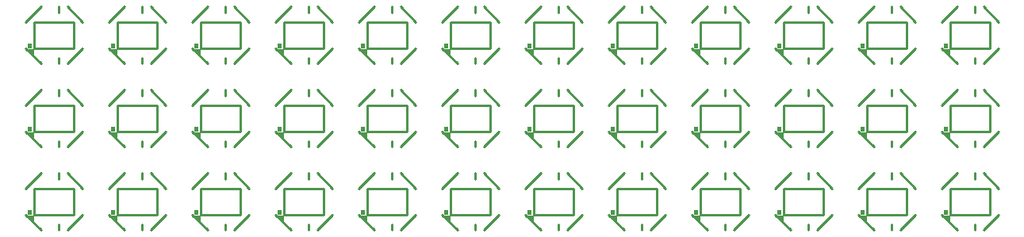
<source format=gbr>
G04 start of page 8 for group -4079 idx -4079 *
G04 Title: (unknown), topsilk *
G04 Creator: pcb 4.0.2 *
G04 CreationDate: Thu Oct 28 15:19:50 2021 UTC *
G04 For: ndholmes *
G04 Format: Gerber/RS-274X *
G04 PCB-Dimensions (mil): 4900.00 1150.00 *
G04 PCB-Coordinate-Origin: lower left *
%MOIN*%
%FSLAX25Y25*%
%LNTOPSILK*%
%ADD28C,0.0100*%
%ADD27C,0.0001*%
G54D27*G36*
X146000Y86500D02*X149000D01*
Y83500D01*
X146000Y86500D01*
G37*
G36*
X181000D02*X184000D01*
Y83500D01*
X181000Y86500D01*
G37*
G36*
X216000D02*X219000D01*
Y83500D01*
X216000Y86500D01*
G37*
G36*
X251000D02*X254000D01*
Y83500D01*
X251000Y86500D01*
G37*
G36*
X146500Y89000D02*X148000D01*
Y87000D01*
X146500D01*
Y89000D01*
G37*
G36*
X181500D02*X183000D01*
Y87000D01*
X181500D01*
Y89000D01*
G37*
G36*
X216500D02*X218000D01*
Y87000D01*
X216500D01*
Y89000D01*
G37*
G36*
X251500D02*X253000D01*
Y87000D01*
X251500D01*
Y89000D01*
G37*
G36*
X286500D02*X288000D01*
Y87000D01*
X286500D01*
Y89000D01*
G37*
G36*
X321500D02*X323000D01*
Y87000D01*
X321500D01*
Y89000D01*
G37*
G36*
X356500D02*X358000D01*
Y87000D01*
X356500D01*
Y89000D01*
G37*
G36*
X391500D02*X393000D01*
Y87000D01*
X391500D01*
Y89000D01*
G37*
G36*
X426500D02*X428000D01*
Y87000D01*
X426500D01*
Y89000D01*
G37*
G36*
X286000Y86500D02*X289000D01*
Y83500D01*
X286000Y86500D01*
G37*
G36*
X321000D02*X324000D01*
Y83500D01*
X321000Y86500D01*
G37*
G36*
X356000D02*X359000D01*
Y83500D01*
X356000Y86500D01*
G37*
G36*
X391000D02*X394000D01*
Y83500D01*
X391000Y86500D01*
G37*
G36*
X426000D02*X429000D01*
Y83500D01*
X426000Y86500D01*
G37*
G36*
X41000D02*X44000D01*
Y83500D01*
X41000Y86500D01*
G37*
G36*
X76000D02*X79000D01*
Y83500D01*
X76000Y86500D01*
G37*
G36*
X41000Y51500D02*X44000D01*
Y48500D01*
X41000Y51500D01*
G37*
G36*
X76000D02*X79000D01*
Y48500D01*
X76000Y51500D01*
G37*
G36*
X41500Y54000D02*X43000D01*
Y52000D01*
X41500D01*
Y54000D01*
G37*
G36*
X76500D02*X78000D01*
Y52000D01*
X76500D01*
Y54000D01*
G37*
G36*
X41500Y89000D02*X43000D01*
Y87000D01*
X41500D01*
Y89000D01*
G37*
G36*
X76500D02*X78000D01*
Y87000D01*
X76500D01*
Y89000D01*
G37*
G36*
X111500D02*X113000D01*
Y87000D01*
X111500D01*
Y89000D01*
G37*
G36*
X111000Y86500D02*X114000D01*
Y83500D01*
X111000Y86500D01*
G37*
G36*
Y51500D02*X114000D01*
Y48500D01*
X111000Y51500D01*
G37*
G36*
X146000D02*X149000D01*
Y48500D01*
X146000Y51500D01*
G37*
G36*
X111500Y54000D02*X113000D01*
Y52000D01*
X111500D01*
Y54000D01*
G37*
G36*
X146500D02*X148000D01*
Y52000D01*
X146500D01*
Y54000D01*
G37*
G36*
X41000Y16500D02*X44000D01*
Y13500D01*
X41000Y16500D01*
G37*
G36*
X76000D02*X79000D01*
Y13500D01*
X76000Y16500D01*
G37*
G36*
X111000D02*X114000D01*
Y13500D01*
X111000Y16500D01*
G37*
G36*
X146000D02*X149000D01*
Y13500D01*
X146000Y16500D01*
G37*
G36*
X41500Y19000D02*X43000D01*
Y17000D01*
X41500D01*
Y19000D01*
G37*
G36*
X76500D02*X78000D01*
Y17000D01*
X76500D01*
Y19000D01*
G37*
G36*
X111500D02*X113000D01*
Y17000D01*
X111500D01*
Y19000D01*
G37*
G36*
X146500D02*X148000D01*
Y17000D01*
X146500D01*
Y19000D01*
G37*
G36*
X216000Y51500D02*X219000D01*
Y48500D01*
X216000Y51500D01*
G37*
G36*
X216500Y54000D02*X218000D01*
Y52000D01*
X216500D01*
Y54000D01*
G37*
G36*
X251500D02*X253000D01*
Y52000D01*
X251500D01*
Y54000D01*
G37*
G36*
X251000Y51500D02*X254000D01*
Y48500D01*
X251000Y51500D01*
G37*
G36*
X286000D02*X289000D01*
Y48500D01*
X286000Y51500D01*
G37*
G36*
X321000D02*X324000D01*
Y48500D01*
X321000Y51500D01*
G37*
G36*
X356000D02*X359000D01*
Y48500D01*
X356000Y51500D01*
G37*
G36*
X391000D02*X394000D01*
Y48500D01*
X391000Y51500D01*
G37*
G36*
X426000D02*X429000D01*
Y48500D01*
X426000Y51500D01*
G37*
G36*
X286500Y54000D02*X288000D01*
Y52000D01*
X286500D01*
Y54000D01*
G37*
G36*
X321500D02*X323000D01*
Y52000D01*
X321500D01*
Y54000D01*
G37*
G36*
X356500D02*X358000D01*
Y52000D01*
X356500D01*
Y54000D01*
G37*
G36*
X391500D02*X393000D01*
Y52000D01*
X391500D01*
Y54000D01*
G37*
G36*
X426500D02*X428000D01*
Y52000D01*
X426500D01*
Y54000D01*
G37*
G36*
X181000Y51500D02*X184000D01*
Y48500D01*
X181000Y51500D01*
G37*
G36*
X181500Y54000D02*X183000D01*
Y52000D01*
X181500D01*
Y54000D01*
G37*
G36*
X181000Y16500D02*X184000D01*
Y13500D01*
X181000Y16500D01*
G37*
G36*
X181500Y19000D02*X183000D01*
Y17000D01*
X181500D01*
Y19000D01*
G37*
G36*
X216000Y16500D02*X219000D01*
Y13500D01*
X216000Y16500D01*
G37*
G36*
X251000D02*X254000D01*
Y13500D01*
X251000Y16500D01*
G37*
G36*
X286000D02*X289000D01*
Y13500D01*
X286000Y16500D01*
G37*
G36*
X321000D02*X324000D01*
Y13500D01*
X321000Y16500D01*
G37*
G36*
X356000D02*X359000D01*
Y13500D01*
X356000Y16500D01*
G37*
G36*
X356500Y19000D02*X358000D01*
Y17000D01*
X356500D01*
Y19000D01*
G37*
G36*
X391000Y16500D02*X394000D01*
Y13500D01*
X391000Y16500D01*
G37*
G36*
X391500Y19000D02*X393000D01*
Y17000D01*
X391500D01*
Y19000D01*
G37*
G36*
X426000Y16500D02*X429000D01*
Y13500D01*
X426000Y16500D01*
G37*
G36*
X426500Y19000D02*X428000D01*
Y17000D01*
X426500D01*
Y19000D01*
G37*
G36*
X216500D02*X218000D01*
Y17000D01*
X216500D01*
Y19000D01*
G37*
G36*
X251500D02*X253000D01*
Y17000D01*
X251500D01*
Y19000D01*
G37*
G36*
X286500D02*X288000D01*
Y17000D01*
X286500D01*
Y19000D01*
G37*
G36*
X321500D02*X323000D01*
Y17000D01*
X321500D01*
Y19000D01*
G37*
G54D28*X233000Y104500D02*X239500Y98000D01*
X268000Y104500D02*X274500Y98000D01*
X250500D02*X257000Y104500D01*
X264500Y102000D02*Y104500D01*
X250500Y87000D02*X257000Y80500D01*
X268000D02*X274500Y87000D01*
X285500D02*X292000Y80500D01*
X264500Y83000D02*Y80500D01*
X180500Y87000D02*X187000Y80500D01*
X198000D02*X204500Y87000D01*
X215500D02*X222000Y80500D01*
X233000D02*X239500Y87000D01*
X194500Y83000D02*Y80500D01*
X229500Y83000D02*Y80500D01*
X215500Y98000D02*X222000Y104500D01*
X163000D02*X169500Y98000D01*
X198000Y104500D02*X204500Y98000D01*
X180500D02*X187000Y104500D01*
X194500Y102000D02*Y104500D01*
X229500Y102000D02*Y104500D01*
X303000D02*X309500Y98000D01*
X285500D02*X292000Y104500D01*
X299500Y102000D02*Y104500D01*
X355500Y87000D02*X362000Y80500D01*
X303000D02*X309500Y87000D01*
X320500D02*X327000Y80500D01*
X338000D02*X344500Y87000D01*
X334500Y83000D02*Y80500D01*
X299500Y83000D02*Y80500D01*
X338000Y104500D02*X344500Y98000D01*
X320500D02*X327000Y104500D01*
X355500Y98000D02*X362000Y104500D01*
X334500Y102000D02*Y104500D01*
X373000Y80500D02*X379500Y87000D01*
X390500D02*X397000Y80500D01*
X404500Y83000D02*Y80500D01*
X373000Y104500D02*X379500Y98000D01*
X390500D02*X397000Y104500D01*
X404500Y102000D02*Y104500D01*
X369500Y102000D02*Y104500D01*
Y83000D02*Y80500D01*
X408000Y104500D02*X414500Y98000D01*
X443000Y104500D02*X449500Y98000D01*
X425500D02*X432000Y104500D01*
X439500Y102000D02*Y104500D01*
X408000Y80500D02*X414500Y87000D01*
X425500D02*X432000Y80500D01*
X443000D02*X449500Y87000D01*
X439500Y83000D02*Y80500D01*
X128000D02*X134500Y87000D01*
X145500D02*X152000Y80500D01*
X163000D02*X169500Y87000D01*
X159500Y83000D02*Y80500D01*
X128000Y104500D02*X134500Y98000D01*
X145500D02*X152000Y104500D01*
X159500Y102000D02*Y104500D01*
X124500Y102000D02*Y104500D01*
Y83000D02*Y80500D01*
X75500Y87000D02*X82000Y80500D01*
X93000D02*X99500Y87000D01*
X93000Y104500D02*X99500Y98000D01*
X75500D02*X82000Y104500D01*
X89500Y102000D02*Y104500D01*
Y83000D02*Y80500D01*
X40500Y87000D02*X47000Y80500D01*
X58000D02*X64500Y87000D01*
X58000Y104500D02*X64500Y98000D01*
X40500D02*X47000Y104500D01*
X54500Y102000D02*Y104500D01*
Y83000D02*Y80500D01*
X110500Y87000D02*X117000Y80500D01*
X110500Y52000D02*X117000Y45500D01*
X128000Y69500D02*X134500Y63000D01*
X110500D02*X117000Y69500D01*
X124500Y67000D02*Y69500D01*
Y48000D02*Y45500D01*
X110500Y98000D02*X117000Y104500D01*
X128000Y45500D02*X134500Y52000D01*
X145500D02*X152000Y45500D01*
X163000D02*X169500Y52000D01*
X159500Y48000D02*Y45500D01*
X145500Y63000D02*X152000Y69500D01*
X159500Y67000D02*Y69500D01*
X285500Y52000D02*X292000Y45500D01*
X303000D02*X309500Y52000D01*
X320500D02*X327000Y45500D01*
X338000D02*X344500Y52000D01*
X299500Y48000D02*Y45500D01*
X334500Y48000D02*Y45500D01*
X303000Y69500D02*X309500Y63000D01*
X320500D02*X327000Y69500D01*
X299500Y67000D02*Y69500D01*
X334500Y67000D02*Y69500D01*
X355500Y52000D02*X362000Y45500D01*
X373000D02*X379500Y52000D01*
X390500D02*X397000Y45500D01*
X369500Y48000D02*Y45500D01*
X408000Y69500D02*X414500Y63000D01*
X443000Y69500D02*X449500Y63000D01*
X425500D02*X432000Y69500D01*
X439500Y67000D02*Y69500D01*
X390500Y63000D02*X397000Y69500D01*
X338000D02*X344500Y63000D01*
X373000Y69500D02*X379500Y63000D01*
X355500D02*X362000Y69500D01*
X369500Y67000D02*Y69500D01*
X408000Y45500D02*X414500Y52000D01*
X425500D02*X432000Y45500D01*
X443000D02*X449500Y52000D01*
X404500Y48000D02*Y45500D01*
X439500Y48000D02*Y45500D01*
X404500Y67000D02*Y69500D01*
X163000D02*X169500Y63000D01*
X198000Y69500D02*X204500Y63000D01*
X180500D02*X187000Y69500D01*
X194500Y67000D02*Y69500D01*
X180500Y52000D02*X187000Y45500D01*
X198000D02*X204500Y52000D01*
X215500D02*X222000Y45500D01*
X194500Y48000D02*Y45500D01*
X233000Y69500D02*X239500Y63000D01*
X215500D02*X222000Y69500D01*
X229500Y67000D02*Y69500D01*
X233000Y45500D02*X239500Y52000D01*
X250500D02*X257000Y45500D01*
X268000D02*X274500Y52000D01*
X264500Y48000D02*Y45500D01*
X229500Y48000D02*Y45500D01*
X268000Y69500D02*X274500Y63000D01*
X250500D02*X257000Y69500D01*
X285500Y63000D02*X292000Y69500D01*
X264500Y67000D02*Y69500D01*
X40500Y52000D02*X47000Y45500D01*
X40500Y63000D02*X47000Y69500D01*
X40500Y28000D02*X47000Y34500D01*
X58000Y45500D02*X64500Y52000D01*
X58000Y69500D02*X64500Y63000D01*
X58000Y34500D02*X64500Y28000D01*
X54500Y67000D02*Y69500D01*
Y48000D02*Y45500D01*
Y32000D02*Y34500D01*
X75500Y52000D02*X82000Y45500D01*
X93000Y69500D02*X99500Y63000D01*
X75500D02*X82000Y69500D01*
X89500Y67000D02*Y69500D01*
X40500Y17000D02*X47000Y10500D01*
X58000D02*X64500Y17000D01*
X75500D02*X82000Y10500D01*
X93000D02*X99500Y17000D01*
X54500Y13000D02*Y10500D01*
X89500Y13000D02*Y10500D01*
X93000Y45500D02*X99500Y52000D01*
X89500Y48000D02*Y45500D01*
X93000Y34500D02*X99500Y28000D01*
X89500Y32000D02*Y34500D01*
X75500Y28000D02*X82000Y34500D01*
X110500Y17000D02*X117000Y10500D01*
X110500Y28000D02*X117000Y34500D01*
X128000Y10500D02*X134500Y17000D01*
X128000Y34500D02*X134500Y28000D01*
X145500Y17000D02*X152000Y10500D01*
X145500Y28000D02*X152000Y34500D01*
X163000Y10500D02*X169500Y17000D01*
X163000Y34500D02*X169500Y28000D01*
X180500Y17000D02*X187000Y10500D01*
X180500Y28000D02*X187000Y34500D01*
X124500Y32000D02*Y34500D01*
Y13000D02*Y10500D01*
X159500Y32000D02*Y34500D01*
Y13000D02*Y10500D01*
X198000D02*X204500Y17000D01*
X198000Y34500D02*X204500Y28000D01*
X233000Y34500D02*X239500Y28000D01*
X215500D02*X222000Y34500D01*
X229500Y32000D02*Y34500D01*
X264500Y32000D02*Y34500D01*
X299500Y32000D02*Y34500D01*
X215500Y17000D02*X222000Y10500D01*
X233000D02*X239500Y17000D01*
X250500D02*X257000Y10500D01*
X229500Y13000D02*Y10500D01*
X194500Y32000D02*Y34500D01*
Y13000D02*Y10500D01*
X268000D02*X274500Y17000D01*
X285500D02*X292000Y10500D01*
X303000D02*X309500Y17000D01*
X264500Y13000D02*Y10500D01*
X299500Y13000D02*Y10500D01*
X268000Y34500D02*X274500Y28000D01*
X250500D02*X257000Y34500D01*
X303000D02*X309500Y28000D01*
X285500D02*X292000Y34500D01*
X338000Y10500D02*X344500Y17000D01*
X338000Y34500D02*X344500Y28000D01*
X334500Y13000D02*Y10500D01*
X320500Y17000D02*X327000Y10500D01*
X355500Y17000D02*X362000Y10500D01*
X373000D02*X379500Y17000D01*
X369500Y13000D02*Y10500D01*
X320500Y28000D02*X327000Y34500D01*
X373000D02*X379500Y28000D01*
X355500D02*X362000Y34500D01*
X334500Y32000D02*Y34500D01*
X369500Y32000D02*Y34500D01*
X390500Y17000D02*X397000Y10500D01*
X425500Y17000D02*X432000Y10500D01*
X443000D02*X449500Y17000D01*
X404500Y13000D02*Y10500D01*
X439500Y13000D02*Y10500D01*
X408000D02*X414500Y17000D01*
X408000Y34500D02*X414500Y28000D01*
X390500D02*X397000Y34500D01*
X443000D02*X449500Y28000D01*
X425500D02*X432000Y34500D01*
X404500Y32000D02*Y34500D01*
X439500Y32000D02*Y34500D01*
X184232Y98012D02*Y86988D01*
Y98012D02*X200768D01*
Y86988D01*
X184232D02*X200768D01*
X182732Y84988D02*G75*G03X182732Y84988I0J500D01*G01*
X219232Y98012D02*Y86988D01*
Y98012D02*X235768D01*
Y86988D01*
X219232D02*X235768D01*
X217732Y84988D02*G75*G03X217732Y84988I0J500D01*G01*
X254232Y98012D02*Y86988D01*
Y98012D02*X270768D01*
Y86988D01*
X254232D02*X270768D01*
X252732Y84988D02*G75*G03X252732Y84988I0J500D01*G01*
X219232Y63012D02*Y51988D01*
Y63012D02*X235768D01*
Y51988D01*
X219232D02*X235768D01*
X217732Y49988D02*G75*G03X217732Y49988I0J500D01*G01*
X254232Y63012D02*Y51988D01*
Y63012D02*X270768D01*
Y51988D01*
X254232D02*X270768D01*
X252732Y49988D02*G75*G03X252732Y49988I0J500D01*G01*
X289232Y63012D02*Y51988D01*
Y63012D02*X305768D01*
Y51988D01*
X289232D02*X305768D01*
X287732Y49988D02*G75*G03X287732Y49988I0J500D01*G01*
X324232Y63012D02*Y51988D01*
Y63012D02*X340768D01*
Y51988D01*
X324232D02*X340768D01*
X322732Y49988D02*G75*G03X322732Y49988I0J500D01*G01*
X359232Y63012D02*Y51988D01*
Y63012D02*X375768D01*
Y51988D01*
X359232D02*X375768D01*
X357732Y49988D02*G75*G03X357732Y49988I0J500D01*G01*
X394232Y63012D02*Y51988D01*
Y63012D02*X410768D01*
Y51988D01*
X394232D02*X410768D01*
X392732Y49988D02*G75*G03X392732Y49988I0J500D01*G01*
X429232Y63012D02*Y51988D01*
Y63012D02*X445768D01*
Y51988D01*
X429232D02*X445768D01*
X427732Y49988D02*G75*G03X427732Y49988I0J500D01*G01*
X184232Y28012D02*Y16988D01*
Y28012D02*X200768D01*
Y16988D01*
X184232D02*X200768D01*
X182732Y14988D02*G75*G03X182732Y14988I0J500D01*G01*
X219232Y28012D02*Y16988D01*
Y28012D02*X235768D01*
Y16988D01*
X219232D02*X235768D01*
X217732Y14988D02*G75*G03X217732Y14988I0J500D01*G01*
X254232Y28012D02*Y16988D01*
Y28012D02*X270768D01*
Y16988D01*
X254232D02*X270768D01*
X252732Y14988D02*G75*G03X252732Y14988I0J500D01*G01*
X289232Y28012D02*Y16988D01*
Y28012D02*X305768D01*
Y16988D01*
X289232D02*X305768D01*
X287732Y14988D02*G75*G03X287732Y14988I0J500D01*G01*
X324232Y28012D02*Y16988D01*
Y28012D02*X340768D01*
Y16988D01*
X324232D02*X340768D01*
X322732Y14988D02*G75*G03X322732Y14988I0J500D01*G01*
X359232Y28012D02*Y16988D01*
Y28012D02*X375768D01*
Y16988D01*
X359232D02*X375768D01*
X357732Y14988D02*G75*G03X357732Y14988I0J500D01*G01*
X394232Y28012D02*Y16988D01*
Y28012D02*X410768D01*
Y16988D01*
X394232D02*X410768D01*
X392732Y14988D02*G75*G03X392732Y14988I0J500D01*G01*
X429232Y28012D02*Y16988D01*
Y28012D02*X445768D01*
Y16988D01*
X429232D02*X445768D01*
X427732Y14988D02*G75*G03X427732Y14988I0J500D01*G01*
X289232Y98012D02*Y86988D01*
Y98012D02*X305768D01*
Y86988D01*
X289232D02*X305768D01*
X287732Y84988D02*G75*G03X287732Y84988I0J500D01*G01*
X324232Y98012D02*Y86988D01*
Y98012D02*X340768D01*
Y86988D01*
X324232D02*X340768D01*
X322732Y84988D02*G75*G03X322732Y84988I0J500D01*G01*
X359232Y98012D02*Y86988D01*
Y98012D02*X375768D01*
Y86988D01*
X359232D02*X375768D01*
X357732Y84988D02*G75*G03X357732Y84988I0J500D01*G01*
X394232Y98012D02*Y86988D01*
Y98012D02*X410768D01*
Y86988D01*
X394232D02*X410768D01*
X392732Y84988D02*G75*G03X392732Y84988I0J500D01*G01*
X429232Y98012D02*Y86988D01*
Y98012D02*X445768D01*
Y86988D01*
X429232D02*X445768D01*
X427732Y84988D02*G75*G03X427732Y84988I0J500D01*G01*
X44232Y98012D02*Y86988D01*
Y98012D02*X60768D01*
Y86988D01*
X44232D02*X60768D01*
X42732Y84988D02*G75*G03X42732Y84988I0J500D01*G01*
X79232Y98012D02*Y86988D01*
Y98012D02*X95768D01*
Y86988D01*
X79232D02*X95768D01*
X77732Y84988D02*G75*G03X77732Y84988I0J500D01*G01*
X44232Y63012D02*Y51988D01*
Y63012D02*X60768D01*
Y51988D01*
X44232D02*X60768D01*
X42732Y49988D02*G75*G03X42732Y49988I0J500D01*G01*
X114232Y98012D02*Y86988D01*
Y98012D02*X130768D01*
Y86988D01*
X114232D02*X130768D01*
X112732Y84988D02*G75*G03X112732Y84988I0J500D01*G01*
X149232Y98012D02*Y86988D01*
Y98012D02*X165768D01*
Y86988D01*
X149232D02*X165768D01*
X147732Y84988D02*G75*G03X147732Y84988I0J500D01*G01*
X149232Y63012D02*Y51988D01*
Y63012D02*X165768D01*
Y51988D01*
X149232D02*X165768D01*
X147732Y49988D02*G75*G03X147732Y49988I0J500D01*G01*
X184232Y63012D02*Y51988D01*
Y63012D02*X200768D01*
Y51988D01*
X184232D02*X200768D01*
X182732Y49988D02*G75*G03X182732Y49988I0J500D01*G01*
X79232Y63012D02*Y51988D01*
Y63012D02*X95768D01*
Y51988D01*
X79232D02*X95768D01*
X77732Y49988D02*G75*G03X77732Y49988I0J500D01*G01*
X114232Y63012D02*Y51988D01*
Y63012D02*X130768D01*
Y51988D01*
X114232D02*X130768D01*
X112732Y49988D02*G75*G03X112732Y49988I0J500D01*G01*
X44232Y28012D02*Y16988D01*
Y28012D02*X60768D01*
Y16988D01*
X44232D02*X60768D01*
X42732Y14988D02*G75*G03X42732Y14988I0J500D01*G01*
X79232Y28012D02*Y16988D01*
Y28012D02*X95768D01*
Y16988D01*
X79232D02*X95768D01*
X77732Y14988D02*G75*G03X77732Y14988I0J500D01*G01*
X114232Y28012D02*Y16988D01*
Y28012D02*X130768D01*
Y16988D01*
X114232D02*X130768D01*
X112732Y14988D02*G75*G03X112732Y14988I0J500D01*G01*
X149232Y28012D02*Y16988D01*
Y28012D02*X165768D01*
Y16988D01*
X149232D02*X165768D01*
X147732Y14988D02*G75*G03X147732Y14988I0J500D01*G01*
M02*

</source>
